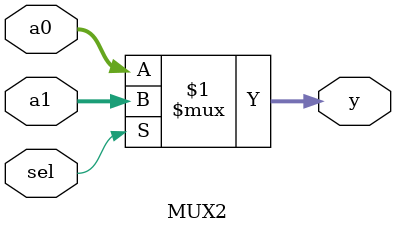
<source format=sv>
/* This module implments a parameterized 2:1 MUX that selects between 2 n-bits inputs  */
module MUX2(a0, a1, sel, y);

parameter WIDTH=4; //Number of bits of the inputs

input logic [WIDTH-1:0] a0, a1;  //Inputs 
input logic sel;                 //Select
output logic [WIDTH-1:0] y;      //Output

assign y = sel ? a1 : a0;        //The output is a1 if the select bit = 1, otherwise it is a0.
endmodule

//MUX2 #(4) M1(a0, a1, sel[0], y1);  How to create an object of the module

</source>
